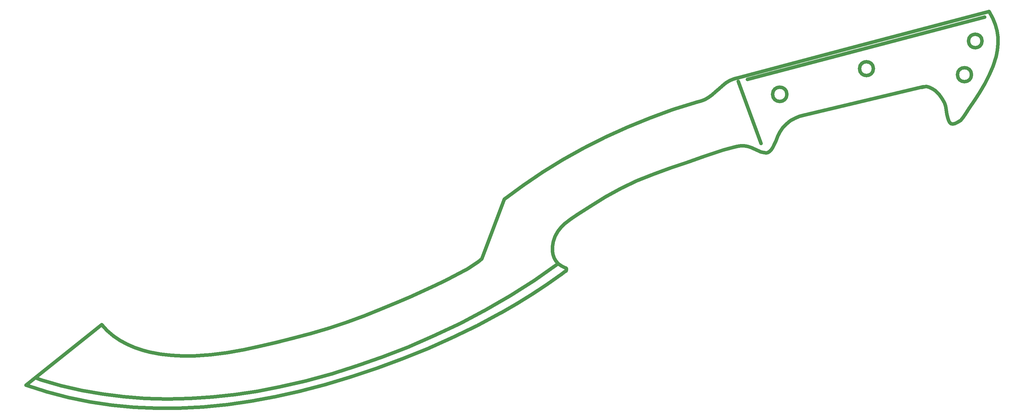
<source format=gbr>
G04 #@! TF.GenerationSoftware,KiCad,Pcbnew,(5.1.5)-3*
G04 #@! TF.CreationDate,2020-05-05T09:55:45+02:00*
G04 #@! TF.ProjectId,fr4,6672342e-6b69-4636-9164-5f7063625858,rev?*
G04 #@! TF.SameCoordinates,Original*
G04 #@! TF.FileFunction,Legend,Bot*
G04 #@! TF.FilePolarity,Positive*
%FSLAX46Y46*%
G04 Gerber Fmt 4.6, Leading zero omitted, Abs format (unit mm)*
G04 Created by KiCad (PCBNEW (5.1.5)-3) date 2020-05-05 09:55:45*
%MOMM*%
%LPD*%
G04 APERTURE LIST*
%ADD10C,1.000000*%
G04 APERTURE END LIST*
D10*
X202660029Y-77187887D02*
X196032648Y-79584108D01*
X226954604Y-88933563D02*
X227848738Y-89317323D01*
X226014543Y-88489747D02*
X226954604Y-88933563D01*
X177155588Y-106127378D02*
X179037385Y-104935071D01*
X168343099Y-118908424D02*
X168154089Y-117940811D01*
X225040245Y-88062370D02*
X226014543Y-88489747D01*
X224025145Y-87723174D02*
X225040245Y-88062370D01*
X169840379Y-121405442D02*
X169177379Y-120660647D01*
X221973528Y-87603891D02*
X222999015Y-87560821D01*
X220958817Y-87763679D02*
X221973528Y-87603891D01*
X171702328Y-122532891D02*
X170679103Y-122036149D01*
X147456439Y-120399805D02*
X147904777Y-120026214D01*
X214825674Y-72108566D02*
X213895734Y-72913393D01*
X183329393Y-102208550D02*
X187774967Y-99735932D01*
X168911384Y-113447597D02*
X169655409Y-112108366D01*
X170590937Y-110941276D02*
X171665973Y-109918325D01*
X175269026Y-107313693D02*
X177155588Y-106127378D01*
X211517104Y-90653889D02*
X214282599Y-89656889D01*
X196032648Y-79584108D02*
X189558724Y-82226026D01*
X173422955Y-108555548D02*
X175269026Y-107313693D01*
X159792803Y-98907508D02*
X154329374Y-102935027D01*
X211870670Y-74275167D02*
X210720198Y-74751392D01*
X222999015Y-87560821D02*
X224025145Y-87723174D01*
X219961259Y-87965217D02*
X220958817Y-87763679D01*
X217078813Y-88727733D02*
X219961259Y-87965217D01*
X214282599Y-89656889D02*
X217078813Y-88727733D01*
X169177379Y-120660647D02*
X168681241Y-119821672D01*
X187774967Y-99735932D02*
X192384840Y-97577599D01*
X206735536Y-92321675D02*
X211517104Y-90653889D01*
X201917759Y-93966769D02*
X206735536Y-92321675D01*
X197116587Y-95686348D02*
X201917759Y-93966769D01*
X192384840Y-97577599D02*
X197116587Y-95686348D01*
X179037385Y-104935071D02*
X183329393Y-102208550D01*
X171665973Y-109918325D02*
X173422955Y-108555548D01*
X165404262Y-95116989D02*
X159792803Y-98907508D01*
X171163744Y-91563471D02*
X165404262Y-95116989D01*
X168393210Y-114910876D02*
X168911384Y-113447597D01*
X171483581Y-123857942D02*
X172036289Y-123450160D01*
X177071254Y-88246954D02*
X171163744Y-91563471D01*
X212919957Y-73649047D02*
X211870670Y-74275167D01*
X217797653Y-69551341D02*
X216772393Y-70355907D01*
X168154089Y-117940811D02*
X168130807Y-116431010D01*
X168681241Y-119821672D02*
X168343099Y-118908424D01*
X170780056Y-124376966D02*
X171483581Y-123857942D01*
X170679103Y-122036149D02*
X169840379Y-121405442D01*
X146885823Y-120875284D02*
X147456439Y-120399805D01*
X183238259Y-85113642D02*
X177071254Y-88246954D01*
X210720198Y-74751392D02*
X209440867Y-75037364D01*
X213895734Y-72913393D02*
X212919957Y-73649047D01*
X215792740Y-71224366D02*
X214825674Y-72108566D01*
X209440800Y-75037389D02*
X202660029Y-77187887D01*
X216772393Y-70355907D02*
X215792740Y-71224366D01*
X169655409Y-112108366D02*
X170590937Y-110941276D01*
X168130807Y-116431010D02*
X168393210Y-114910876D01*
X228685252Y-89564539D02*
X229273458Y-89614114D01*
X227848738Y-89317323D02*
X228685252Y-89564539D01*
X189558724Y-82226026D02*
X183238259Y-85113642D01*
X240172678Y-78748005D02*
X274273426Y-70674286D01*
X291105894Y-57510856D02*
G75*
G03X291105894Y-57510856I-1935987J0D01*
G01*
X260001504Y-65444396D02*
G75*
G03X260001504Y-65444396I-1980175J0D01*
G01*
X39118000Y-138854824D02*
X17484855Y-156226486D01*
X154329374Y-102935027D02*
X147904777Y-120026214D01*
X218901534Y-68858819D02*
X217797653Y-69551341D01*
X235256068Y-72808131D02*
G75*
G03X235256068Y-72808131I-2050430J0D01*
G01*
X220117056Y-68326492D02*
X218901534Y-68858819D01*
X221477130Y-68002552D02*
X220117056Y-68326492D01*
X253012507Y-59677530D02*
X221477232Y-68002514D01*
X293148186Y-49082142D02*
X253012507Y-59677530D01*
X223993947Y-68569010D02*
X291880565Y-50656253D01*
X288088049Y-67177446D02*
G75*
G03X288088049Y-67177446I-2006809J0D01*
G01*
X221339395Y-69114272D02*
X227825806Y-86935538D01*
X83592952Y-157995351D02*
X77220207Y-158959819D01*
X126802242Y-145313459D02*
X119596081Y-148122641D01*
X39117981Y-138854830D02*
X40665782Y-140570421D01*
X55976529Y-147339912D02*
X59127620Y-147696838D01*
X27504195Y-156382212D02*
X21663365Y-154705632D01*
X139658067Y-142550643D02*
X146656632Y-139133483D01*
X65465250Y-147825657D02*
X70258660Y-147507241D01*
X44310032Y-143385633D02*
X46334559Y-144490212D01*
X134184232Y-127824023D02*
X137448276Y-126250458D01*
X119289473Y-134320266D02*
X124257355Y-132253825D01*
X64382103Y-160089410D02*
X57938062Y-160220622D01*
X75025298Y-146910954D02*
X79759496Y-146095237D01*
X104160177Y-139938930D02*
X109252093Y-138199912D01*
X33424403Y-157752461D02*
X27504195Y-156382212D01*
X112298434Y-150684766D02*
X104918120Y-152998026D01*
X89924095Y-156787613D02*
X83592952Y-157995351D01*
X52861266Y-146748549D02*
X55976529Y-147339912D01*
X140677412Y-124605805D02*
X143846059Y-122848260D01*
X48450977Y-145407937D02*
X50633093Y-146154879D01*
X137448276Y-126250458D02*
X140677412Y-124605805D01*
X130894179Y-129342841D02*
X134184232Y-127824023D01*
X89134707Y-143996471D02*
X93786924Y-142798270D01*
X62294494Y-147849367D02*
X65465250Y-147825657D01*
X79759496Y-146095237D02*
X84461193Y-145108785D01*
X40665782Y-140570421D02*
X42408655Y-142080539D01*
X51495360Y-160041882D02*
X45436302Y-159577406D01*
X70813354Y-159663599D02*
X64382103Y-160089410D01*
X148989043Y-134695785D02*
X141733362Y-138522331D01*
X127584245Y-130817662D02*
X130894179Y-129342841D01*
X42408655Y-142080539D02*
X44310032Y-143385633D01*
X146656632Y-139133483D02*
X153518333Y-135449333D01*
X134332701Y-142060468D02*
X126802242Y-145313459D01*
X124257355Y-132253825D02*
X127584245Y-130817662D01*
X141733362Y-138522331D02*
X134332701Y-142060468D01*
X77220207Y-158959819D02*
X70813354Y-159663599D01*
X57938062Y-160220622D02*
X51495360Y-160041882D01*
X93786924Y-142798270D02*
X98990143Y-141428398D01*
X169719800Y-121463936D02*
X162999811Y-126167771D01*
X59127620Y-147696838D02*
X62294494Y-147849367D01*
X50633093Y-146154879D02*
X52861266Y-146748549D01*
X156083559Y-130578187D02*
X148989043Y-134695785D01*
X162999811Y-126167771D02*
X156083559Y-130578187D01*
X114288960Y-136306129D02*
X119289473Y-134320266D01*
X98990143Y-141428398D02*
X104160177Y-139938930D01*
X39407343Y-158816412D02*
X33424403Y-157752461D01*
X109252093Y-138199912D02*
X114288960Y-136306129D01*
X70258660Y-147507241D02*
X75025298Y-146910954D01*
X119596081Y-148122641D02*
X112298434Y-150684766D01*
X45436302Y-159577406D02*
X39407343Y-158816412D01*
X84461193Y-145108785D02*
X89134707Y-143996471D01*
X104918120Y-152998026D02*
X97458584Y-155041341D01*
X143846059Y-122848260D02*
X146885825Y-120875284D01*
X97458584Y-155041341D02*
X89924095Y-156787613D01*
X46334559Y-144490212D02*
X48450977Y-145407937D01*
X170780136Y-124376938D02*
G75*
G02X153518314Y-135449340I-102230405J140384963D01*
G01*
X278810536Y-72815285D02*
X279702839Y-73998262D01*
X295415191Y-54611476D02*
X294930826Y-52763424D01*
X295135979Y-61947675D02*
X295495772Y-60131053D01*
X285689239Y-79463018D02*
X286279628Y-78574259D01*
X235099885Y-81290571D02*
X236266078Y-80423807D01*
X294316781Y-64608437D02*
X295135979Y-61947675D01*
X277716386Y-71747990D02*
X278810536Y-72815285D01*
X290466236Y-72189853D02*
X291912325Y-69744297D01*
X286829336Y-77656014D02*
X287434261Y-76762356D01*
X280657668Y-76129385D02*
X280878113Y-77235841D01*
X286279628Y-78574259D02*
X286829336Y-77656014D01*
X281234417Y-79445896D02*
X281491600Y-80313502D01*
X280878113Y-77235841D02*
X281056311Y-78452372D01*
X231527638Y-87509109D02*
X232164190Y-86052691D01*
X284962269Y-80268210D02*
X285689239Y-79463018D01*
X281781694Y-80845588D02*
X282175687Y-81196255D01*
X282702758Y-81320906D02*
X283340123Y-81213594D01*
X232717635Y-84667983D02*
X233313566Y-83418690D01*
X232164190Y-86052691D02*
X232717635Y-84667983D01*
X276805238Y-71117446D02*
X277716386Y-71747990D01*
X281491600Y-80313502D02*
X281781694Y-80845588D01*
X231161688Y-88180983D02*
X231527638Y-87509109D01*
X230310955Y-89219049D02*
X230757692Y-88763830D01*
X234097301Y-82292559D02*
X235099885Y-81290571D01*
X284011009Y-80931947D02*
X284962269Y-80268210D01*
X274555327Y-70611440D02*
X275201338Y-70585562D01*
X275201338Y-70585562D02*
X275849160Y-70705811D01*
X229273458Y-89614114D02*
X229816799Y-89508167D01*
X294182283Y-50918794D02*
X293148309Y-49082098D01*
X294930826Y-52763424D02*
X294182283Y-50918794D01*
X295656633Y-56458440D02*
X295415191Y-54611476D01*
X295676407Y-58299803D02*
X295656633Y-56458440D01*
X288950351Y-74534129D02*
X290466236Y-72189853D01*
X287434102Y-76762414D02*
X288950351Y-74534129D01*
X236266078Y-80423807D02*
X237538517Y-79703576D01*
X282175687Y-81196255D02*
X282702758Y-81320906D01*
X230757692Y-88763830D02*
X231161688Y-88180983D01*
X295495772Y-60131053D02*
X295676407Y-58299803D01*
X293219035Y-67212235D02*
X294316781Y-64608437D01*
X229816799Y-89508167D02*
X230310955Y-89219049D01*
X291912325Y-69744297D02*
X293219035Y-67212235D01*
X280336571Y-75177629D02*
X280657668Y-76129385D01*
X283340123Y-81213594D02*
X284011009Y-80931947D01*
X279702839Y-73998262D02*
X280336571Y-75177629D01*
X275849160Y-70705811D02*
X276805238Y-71117446D01*
X233313566Y-83418690D02*
X234097301Y-82292559D01*
X238859838Y-79141202D02*
X240172678Y-78748005D01*
X237538517Y-79703576D02*
X238859838Y-79141202D01*
X281056311Y-78452372D02*
X281234417Y-79445896D01*
X273919729Y-70803022D02*
X274555327Y-70611440D01*
X110637634Y-153827829D02*
X118019234Y-151343702D01*
X132541432Y-145714837D02*
X139658067Y-142550643D01*
X172106578Y-122843085D02*
X171955031Y-122669628D01*
X61149740Y-162847881D02*
X68119003Y-162496486D01*
X21663363Y-154705632D02*
X20813748Y-154360542D01*
X118019234Y-151343702D02*
X125323600Y-148640800D01*
X42153335Y-161973839D02*
X48468418Y-162577976D01*
X103179555Y-156071930D02*
X110637634Y-153827829D01*
X95646496Y-158049471D02*
X103179555Y-156071930D01*
X88836207Y-159571637D02*
X95646496Y-158049471D01*
X23524839Y-158169538D02*
X29662180Y-159774854D01*
X20813748Y-154360542D02*
X20146193Y-154089401D01*
X172153288Y-123116909D02*
X172106578Y-122843085D01*
X81973076Y-160835354D02*
X88836207Y-159571637D01*
X75064223Y-161817986D02*
X81973076Y-160835354D01*
X68119003Y-162496486D02*
X75064223Y-161817986D01*
X54805792Y-162864877D02*
X61149740Y-162847881D01*
X48468418Y-162577976D02*
X54805792Y-162864877D01*
X29662180Y-159774854D02*
X35878183Y-161041875D01*
X172036199Y-123450192D02*
X172153288Y-123116909D01*
X35878183Y-161041875D02*
X42153335Y-161973839D01*
X171955031Y-122669628D02*
X171702418Y-122532857D01*
X17484855Y-156226486D02*
X23524839Y-158169538D01*
X125323600Y-148640800D02*
X132541432Y-145714837D01*
M02*

</source>
